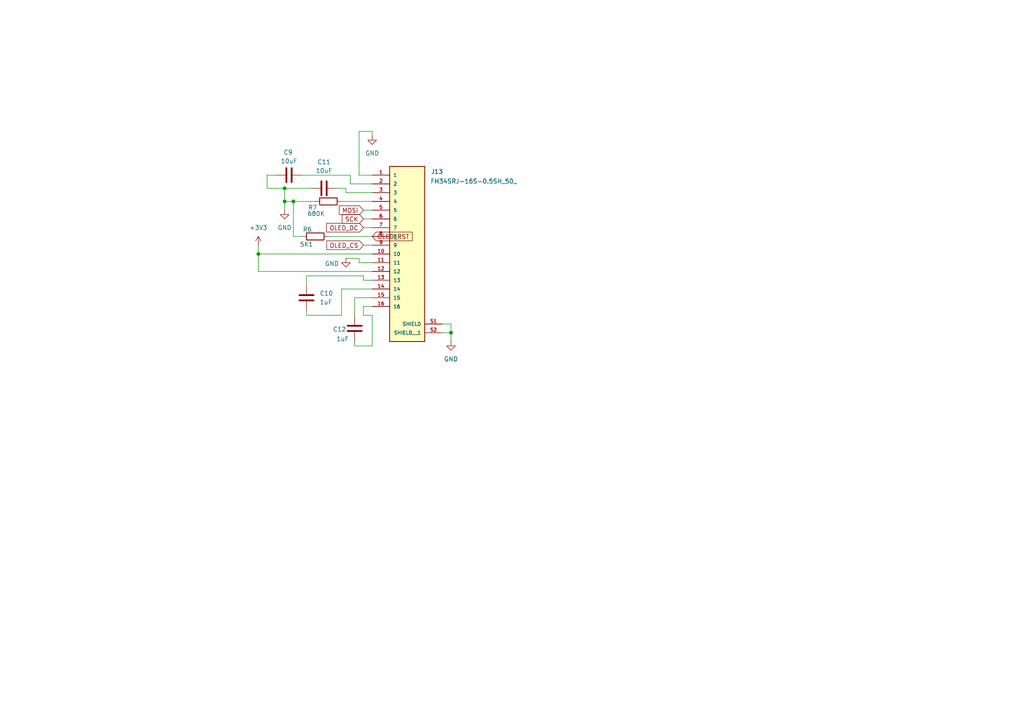
<source format=kicad_sch>
(kicad_sch (version 20231120) (generator "eeschema") (generator_version "8.0")
  (paper "A4")
  (lib_symbols
    (symbol "Device:C" (pin_numbers hide) (pin_names (offset 0.254))
      (property "Reference" "C" (at 0.635 2.54 0))
      (property "Value" "C" (at 0.635 -2.54 0))
      (symbol "C_0_1"
        (polyline (pts (xy -2.032 -0.762) (xy 2.032 -0.762)) (stroke (width 0.508)))
        (polyline (pts (xy -2.032 0.762) (xy 2.032 0.762)) (stroke (width 0.508)))
      )
      (symbol "C_1_1"
        (pin passive line (at 0 3.81 270) (length 2.794) (name "~") (number "1"))
        (pin passive line (at 0 -3.81 90) (length 2.794) (name "~") (number "2"))
      )
    )
    (symbol "Device:R" (pin_numbers hide) (pin_names (offset 0))
      (property "Reference" "R" (at 2.032 0 90))
      (property "Value" "R" (at 0 0 90))
      (symbol "R_0_1"
        (rectangle (start -1.016 -2.54) (end 1.016 2.54) (stroke (width 0.254)))
      )
      (symbol "R_1_1"
        (pin passive line (at 0 3.81 270) (length 1.27) (name "~") (number "1"))
        (pin passive line (at 0 -3.81 90) (length 1.27) (name "~") (number "2"))
      )
    )
    (symbol "FH34SRJ-16S-0.5SH_50_:FH34SRJ-16S-0.5SH_50_" (pin_names (offset 1.016))
      (property "Reference" "J" (at -5.58 22.86 0))
      (property "Value" "FH34SRJ-16S-0.5SH_50_" (at -5.08 -30.48 0))
      (symbol "FH34SRJ-16S-0.5SH_50__0_0"
        (rectangle (start -5.08 -27.94) (end 5.08 22.86) (stroke (width 0.254)) (fill (type background)))
        (pin passive line (at -10.16 20.32 0) (length 5.08) (name "1") (number "1"))
        (pin passive line (at -10.16 -2.54 0) (length 5.08) (name "10") (number "10"))
        (pin passive line (at -10.16 -5.08 0) (length 5.08) (name "11") (number "11"))
        (pin passive line (at -10.16 -7.62 0) (length 5.08) (name "12") (number "12"))
        (pin passive line (at -10.16 -10.16 0) (length 5.08) (name "13") (number "13"))
        (pin passive line (at -10.16 -12.7 0) (length 5.08) (name "14") (number "14"))
        (pin passive line (at -10.16 -15.24 0) (length 5.08) (name "15") (number "15"))
        (pin passive line (at -10.16 -17.78 0) (length 5.08) (name "16") (number "16"))
        (pin passive line (at -10.16 17.78 0) (length 5.08) (name "2") (number "2"))
        (pin passive line (at -10.16 15.24 0) (length 5.08) (name "3") (number "3"))
        (pin passive line (at -10.16 12.7 0) (length 5.08) (name "4") (number "4"))
        (pin passive line (at -10.16 10.16 0) (length 5.08) (name "5") (number "5"))
        (pin passive line (at -10.16 7.62 0) (length 5.08) (name "6") (number "6"))
        (pin passive line (at -10.16 5.08 0) (length 5.08) (name "7") (number "7"))
        (pin passive line (at -10.16 2.54 0) (length 5.08) (name "8") (number "8"))
        (pin passive line (at -10.16 0 0) (length 5.08) (name "9") (number "9"))
        (pin passive line (at 10.16 -22.86 180) (length 5.08) (name "SHIELD") (number "S1"))
        (pin passive line (at 10.16 -25.4 180) (length 5.08) (name "SHIELD__1") (number "S2"))
      )
    )
    (symbol "power:+3V3" (power) (pin_numbers hide) (pin_names (offset 0) hide)
      (property "Value" "+3V3" (at 0 3.556 0))
      (symbol "+3V3_0_1"
        (polyline (pts (xy -0.762 1.27) (xy 0 2.54)))
        (polyline (pts (xy 0 0) (xy 0 2.54)))
        (polyline (pts (xy 0 2.54) (xy 0.762 1.27)))
      )
      (symbol "+3V3_1_1"
        (pin power_in line (at 0 0 90) (length 0) (name "~") (number "1"))
      )
    )
    (symbol "power:GND" (power) (pin_numbers hide) (pin_names (offset 0) hide)
      (property "Value" "GND" (at 0 -3.81 0))
      (symbol "GND_0_1"
        (polyline (pts (xy 0 0) (xy 0 -1.27) (xy 1.27 -1.27) (xy 0 -2.54) (xy -1.27 -1.27) (xy 0 -1.27)))
      )
      (symbol "GND_1_1"
        (pin power_in line (at 0 0 270) (length 0) (name "~") (number "1"))
      )
    )
  )
  (junction (at 130.81 96.52))
  (junction (at 74.93 73.66))
  (junction (at 82.55 58.42))
  (junction (at 82.55 54.61))
  (junction (at 85.09 58.42))
  (wire (pts (xy 99.06 91.44) (xy 99.06 83.82)))
  (wire (pts (xy 88.9 80.01) (xy 88.9 82.55)))
  (wire (pts (xy 107.95 86.36) (xy 102.87 86.36)))
  (wire (pts (xy 104.14 50.8) (xy 104.14 38.1)))
  (wire (pts (xy 80.01 50.8) (xy 77.47 50.8)))
  (wire (pts (xy 102.87 100.33) (xy 107.95 100.33)))
  (wire (pts (xy 128.27 93.98) (xy 130.81 93.98)))
  (wire (pts (xy 107.95 100.33) (xy 107.95 91.44)))
  (wire (pts (xy 74.93 71.12) (xy 74.93 73.66)))
  (wire (pts (xy 105.41 63.5) (xy 107.95 63.5)))
  (wire (pts (xy 107.95 38.1) (xy 107.95 39.37)))
  (wire (pts (xy 97.79 54.61) (xy 100.33 54.61)))
  (wire (pts (xy 87.63 68.58) (xy 85.09 68.58)))
  (wire (pts (xy 107.95 91.44) (xy 105.41 91.44)))
  (wire (pts (xy 105.41 81.28) (xy 105.41 80.01)))
  (wire (pts (xy 77.47 54.61) (xy 82.55 54.61)))
  (wire (pts (xy 107.95 73.66) (xy 74.93 73.66)))
  (wire (pts (xy 107.95 50.8) (xy 104.14 50.8)))
  (wire (pts (xy 128.27 96.52) (xy 130.81 96.52)))
  (wire (pts (xy 82.55 58.42) (xy 82.55 60.96)))
  (wire (pts (xy 105.41 66.04) (xy 107.95 66.04)))
  (wire (pts (xy 107.95 81.28) (xy 105.41 81.28)))
  (wire (pts (xy 101.6 53.34) (xy 101.6 50.8)))
  (wire (pts (xy 104.14 74.93) (xy 100.33 74.93)))
  (wire (pts (xy 105.41 71.12) (xy 107.95 71.12)))
  (wire (pts (xy 102.87 99.06) (xy 102.87 100.33)))
  (wire (pts (xy 95.25 68.58) (xy 107.95 68.58)))
  (wire (pts (xy 88.9 90.17) (xy 88.9 91.44)))
  (wire (pts (xy 90.17 54.61) (xy 82.55 54.61)))
  (wire (pts (xy 107.95 55.88) (xy 100.33 55.88)))
  (wire (pts (xy 99.06 83.82) (xy 107.95 83.82)))
  (wire (pts (xy 105.41 60.96) (xy 107.95 60.96)))
  (wire (pts (xy 85.09 58.42) (xy 82.55 58.42)))
  (wire (pts (xy 88.9 91.44) (xy 99.06 91.44)))
  (wire (pts (xy 105.41 88.9) (xy 107.95 88.9)))
  (wire (pts (xy 107.95 38.1) (xy 104.14 38.1)))
  (wire (pts (xy 130.81 93.98) (xy 130.81 96.52)))
  (wire (pts (xy 85.09 58.42) (xy 85.09 68.58)))
  (wire (pts (xy 104.14 76.2) (xy 104.14 74.93)))
  (wire (pts (xy 99.06 58.42) (xy 107.95 58.42)))
  (wire (pts (xy 107.95 53.34) (xy 101.6 53.34)))
  (wire (pts (xy 74.93 78.74) (xy 107.95 78.74)))
  (wire (pts (xy 105.41 80.01) (xy 88.9 80.01)))
  (wire (pts (xy 107.95 76.2) (xy 104.14 76.2)))
  (wire (pts (xy 101.6 50.8) (xy 87.63 50.8)))
  (wire (pts (xy 105.41 91.44) (xy 105.41 88.9)))
  (wire (pts (xy 102.87 86.36) (xy 102.87 91.44)))
  (wire (pts (xy 74.93 78.74) (xy 74.93 73.66)))
  (wire (pts (xy 77.47 50.8) (xy 77.47 54.61)))
  (wire (pts (xy 100.33 55.88) (xy 100.33 54.61)))
  (wire (pts (xy 82.55 54.61) (xy 82.55 58.42)))
  (wire (pts (xy 130.81 96.52) (xy 130.81 99.06)))
  (wire (pts (xy 91.44 58.42) (xy 85.09 58.42)))
  (global_label "OLED_RST" (shape input) (at 107.95 68.58 0) (property "Intersheetrefs" "${INTERSHEET_REFS}" (effects (hide yes))))
  (global_label "OLED_DC" (shape input) (at 105.41 66.04 180) (property "Intersheetrefs" "${INTERSHEET_REFS}" (effects (hide yes))))
  (global_label "MOSI" (shape input) (at 105.41 60.96 180) (property "Intersheetrefs" "${INTERSHEET_REFS}" (effects (hide yes))))
  (global_label "SCK" (shape input) (at 105.41 63.5 180) (property "Intersheetrefs" "${INTERSHEET_REFS}" (effects (hide yes))))
  (global_label "OLED_CS" (shape input) (at 105.41 71.12 180) (property "Intersheetrefs" "${INTERSHEET_REFS}" (effects (hide yes))))
  (symbol (lib_id "Device:R") (at 95.25 58.42 90) (unit 1)
    (property "Reference" "R7" (at 90.678 60.198 90))
    (property "Value" "680K" (at 91.694 61.976 90))
    (property "Footprint" "Resistor_SMD:R_0603_1608Metric" (effects (hide yes)))
    (property "Description" "Resistor" (effects (hide yes)))
  )
  (symbol (lib_id "power:GND") (at 107.95 39.37 0) (unit 1)
    (property "Reference" "#PWR037" (effects (hide yes)))
    (property "Value" "GND" (at 107.95 44.45 0))
    (property "Description" "Power symbol creates a global label with name \"GND\" , ground" (effects (hide yes)))
  )
  (symbol (lib_id "power:GND") (at 100.33 74.93 0) (unit 1)
    (property "Reference" "#PWR036" (effects (hide yes)))
    (property "Value" "GND" (at 96.266 76.454 0))
    (property "Description" "Power symbol creates a global label with name \"GND\" , ground" (effects (hide yes)))
  )
  (symbol (lib_id "power:GND") (at 130.81 99.06 0) (unit 1)
    (property "Reference" "#PWR038" (effects (hide yes)))
    (property "Value" "GND" (at 130.81 104.14 0))
    (property "Description" "Power symbol creates a global label with name \"GND\" , ground" (effects (hide yes)))
  )
  (symbol (lib_id "FH34SRJ-16S-0.5SH_50_:FH34SRJ-16S-0.5SH_50_") (at 118.11 71.12 0) (unit 1)
    (property "Reference" "J13" (at 126.746 49.784 0))
    (property "Value" "FH34SRJ-16S-0.5SH_50_" (at 137.414 52.578 0))
    (property "Footprint" "FH34SRJ_16S_0_5SH_50:HRS_FH34SRJ-16S-0.5SH_50_" (effects (hide yes)))
    (property "MANUFACTURER" "HRS" (effects (hide yes)))
  )
  (symbol (lib_id "Device:R") (at 91.44 68.58 90) (unit 1)
    (property "Reference" "R6" (at 89.154 66.548 90))
    (property "Value" "5K1" (at 88.9 70.866 90))
    (property "Footprint" "Resistor_SMD:R_0603_1608Metric" (effects (hide yes)))
    (property "Description" "Resistor" (effects (hide yes)))
  )
  (symbol (lib_id "Device:C") (at 83.82 50.8 90) (unit 1)
    (property "Reference" "C9" (at 83.566 44.196 90))
    (property "Value" "10uF" (at 83.82 46.736 90))
    (property "Footprint" "Capacitor_SMD:C_0603_1608Metric" (effects (hide yes)))
    (property "Description" "Unpolarized capacitor" (effects (hide yes)))
  )
  (symbol (lib_id "power:GND") (at 82.55 60.96 0) (unit 1)
    (property "Reference" "#PWR035" (effects (hide yes)))
    (property "Value" "GND" (at 82.55 66.04 0))
    (property "Description" "Power symbol creates a global label with name \"GND\" , ground" (effects (hide yes)))
  )
  (symbol (lib_id "Device:C") (at 88.9 86.36 180) (unit 1)
    (property "Reference" "C10" (at 92.71 85.0899 0) (effects (justify right)))
    (property "Value" "1uF" (at 92.71 87.6299 0) (effects (justify right)))
    (property "Footprint" "Capacitor_SMD:C_0603_1608Metric" (effects (hide yes)))
    (property "Description" "Unpolarized capacitor" (effects (hide yes)))
  )
  (symbol (lib_id "power:+3V3") (at 74.93 71.12 0) (unit 1)
    (property "Reference" "#PWR034" (effects (hide yes)))
    (property "Value" "+3V3" (at 74.93 66.04 0))
    (property "Description" "Power symbol creates a global label with name \"+3V3\"" (effects (hide yes)))
  )
  (symbol (lib_id "Device:C") (at 102.87 95.25 180) (unit 1)
    (property "Reference" "C12" (at 96.52 95.504 0) (effects (justify right)))
    (property "Value" "1uF" (at 97.536 98.298 0) (effects (justify right)))
    (property "Footprint" "Capacitor_SMD:C_0603_1608Metric" (effects (hide yes)))
    (property "Description" "Unpolarized capacitor" (effects (hide yes)))
  )
  (symbol (lib_id "Device:C") (at 93.98 54.61 270) (unit 1)
    (property "Reference" "C11" (at 93.98 46.99 90))
    (property "Value" "10uF" (at 93.98 49.53 90))
    (property "Footprint" "Capacitor_SMD:C_0603_1608Metric" (effects (hide yes)))
    (property "Description" "Unpolarized capacitor" (effects (hide yes)))
  )
)
</source>
